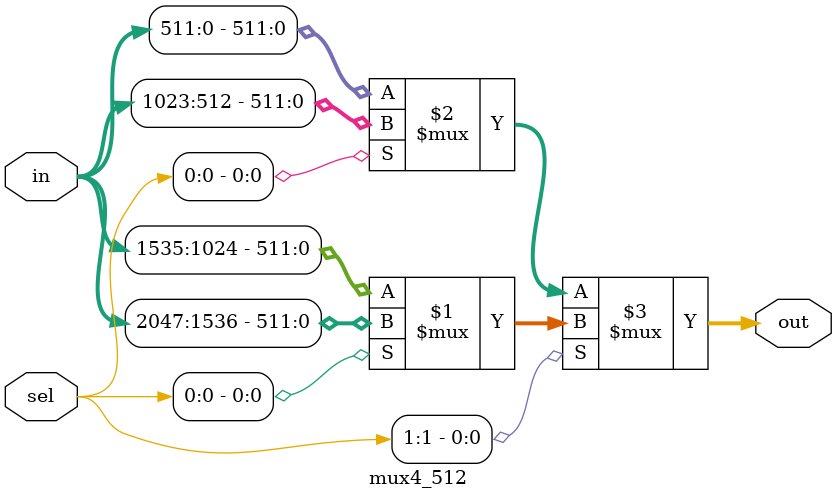
<source format=v>
module Procecssor(rst, clk, instruction);
    input wire clk;
    input wire rst;
    input wire [12:0]instruction; // 13 bit instructions
    
    // register bank
    reg[511:0] A1; 
    reg[511:0] A2; 
    reg[511:0] A3; 
    reg[511:0] A4; 

    wire [1:0]opCode;
    assign opCode = instruction[12:11]; // this wire hold the instruction code for every instruciton

    wire [1:0] regAddress;
    assign regAddress = instruction[10:9];
    
    wire [8:0] address;
    assign address = instruction[8:0]; // this wire holds the memory address for writing and reading
    wire we;
    assign we = opCode==00 ? 1 : 0; // writing to memory when the opcode is 00
    wire oe;
    assign oe = opCode==01 ? 1 : 0; // reading from memory when opcode is 01
    wire[511:0] Dout;
    wire[511:0] Din;

    mux4_512 writeMux({A4, A3, A2, A1}, regAddress,  Din);
    Memory mem(clk, address, we, oe, Dout, Din);

    wire ALUOp; // 1 for multiplication and 0 for addition
    assign ALUOp = opCode[0]; // the least significant bit in opcode specifies the operation
    wire [1023:0] ALUOut; // ALU output
    wire Z; // Z signal for when the resulting operation is 0

    ALU alu(A1, A2, ALUOp, ALUOut, Z);

    always @(posedge clk)begin
        if (rst) begin
            A1 <= 0;
            A2 <= 0;
            A3 <= 0;
            A4 <= 0;
        end
    end

    always @(negedge clk)begin
        if(opCode[1] == 1)
            {A4, A3} <= ALUOut;
        if (opCode == 2'b01)begin
            if(regAddress == 2'b00)
                A1 <= Dout;
            else if(regAddress == 2'b01)
                A2 <= Dout;
            else if(regAddress == 2'b10)
                A3 <= Dout;
            else if(regAddress == 2'b11)
                A4 <= Dout;
        end
    end
endmodule

module mux4_512(in, sel, out); // 4 inputs with 512 bits
    input wire [2047:0] in;
    input wire [1:0] sel;
    output wire [511:0] out;
    assign out = sel[1] ? (sel[0] ? in[512*4 - 1:512*3] : in[512*3 - 1:512*2]) : (sel[0] ? in[512*2 - 1:512*1] : in[512*1 - 1 : 512*0]);
endmodule

</source>
